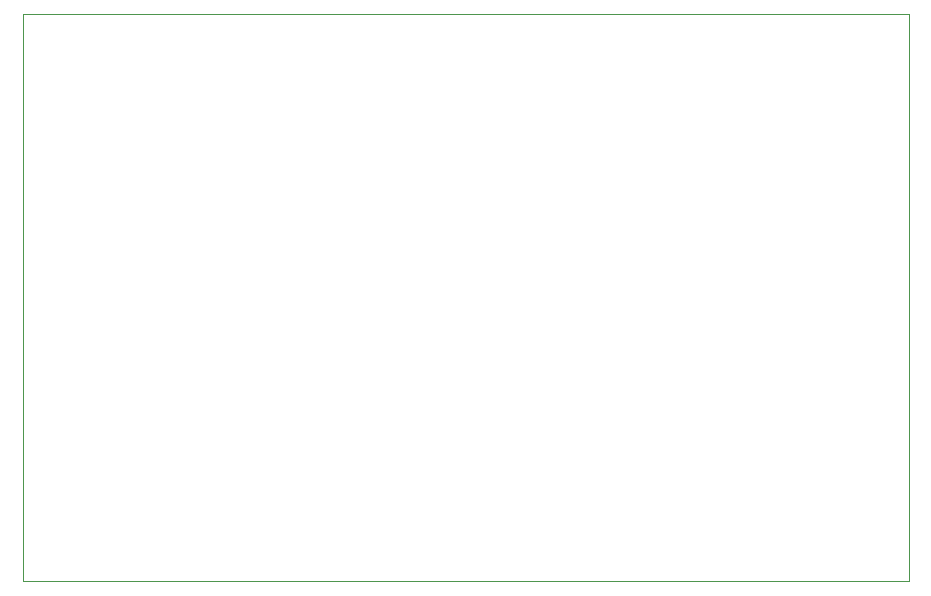
<source format=gbr>
%TF.GenerationSoftware,KiCad,Pcbnew,7.0.9*%
%TF.CreationDate,2023-11-29T12:49:05+01:00*%
%TF.ProjectId,Zabezpieczenie_UPC1237_2,5a616265-7a70-4696-9563-7a656e69655f,rev?*%
%TF.SameCoordinates,Original*%
%TF.FileFunction,Profile,NP*%
%FSLAX46Y46*%
G04 Gerber Fmt 4.6, Leading zero omitted, Abs format (unit mm)*
G04 Created by KiCad (PCBNEW 7.0.9) date 2023-11-29 12:49:05*
%MOMM*%
%LPD*%
G01*
G04 APERTURE LIST*
%TA.AperFunction,Profile*%
%ADD10C,0.100000*%
%TD*%
G04 APERTURE END LIST*
D10*
X111800000Y-75000000D02*
X186800000Y-75000000D01*
X186800000Y-123000000D01*
X111800000Y-123000000D01*
X111800000Y-75000000D01*
M02*

</source>
